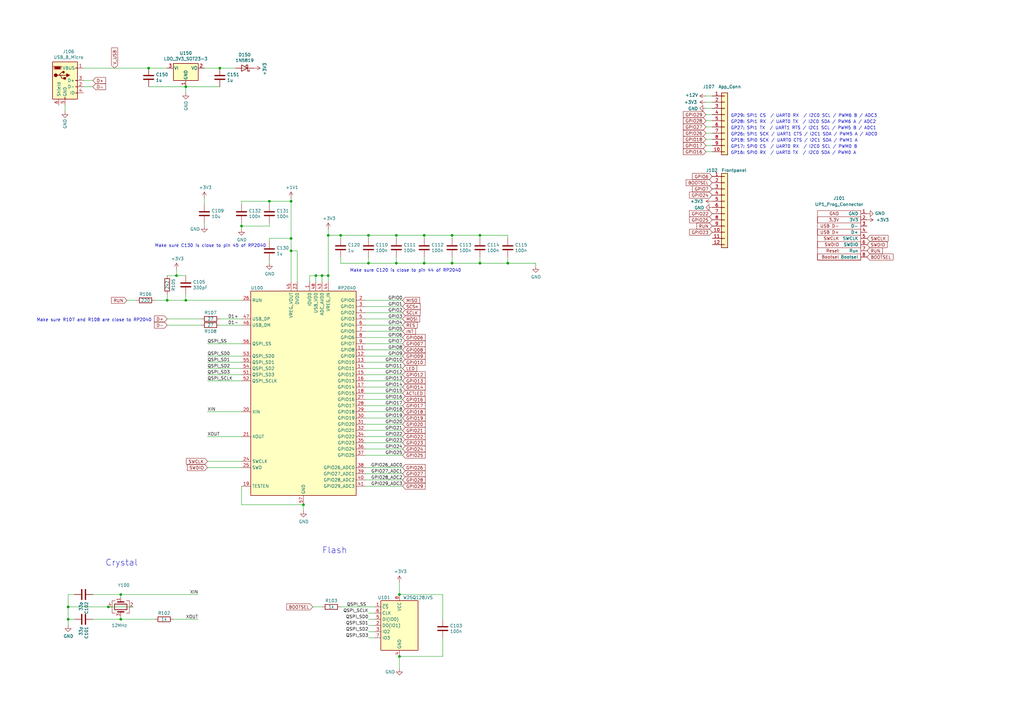
<source format=kicad_sch>
(kicad_sch (version 20231120) (generator "eeschema") (generator_version "8.0")
  (paper "A3")
  (title_block (title "REG1-IpController2040") (date "2023-11-13") (rev "V01.00") (company "OpenKNX") (comment 1 "by Ing-Dom <dom@ing-dom.de>") (comment 2 "OpenKNX Open Hardware under CC BY-NC-SA 4.0") (comment 3 "REG1-Controller with Ethernet connectivity") (comment 4 "https://OpenKNX.de"))
  (lib_symbols
    (symbol "Connector:USB_B_Micro" (pin_names (offset 1.016))
      (property "Reference" "J" (at -5.08 11.43 0))
      (property "Value" "USB_B_Micro" (at -5.08 8.89 0))
      (symbol "USB_B_Micro_0_1"
        (rectangle (start -5.08 -7.62) (end 5.08 7.62) (stroke (width 0.254)) (fill (type background)))
        (circle (center -3.81 2.159) (radius 0.635) (stroke (width 0.254)) (fill (type outline)))
        (circle (center -0.635 3.429) (radius 0.381) (stroke (width 0.254)) (fill (type outline)))
        (rectangle (start -0.127 -7.62) (end 0.127 -6.858))
        (polyline (pts (xy -1.905 2.159) (xy 0.635 2.159)) (stroke (width 0.254)))
        (polyline (pts (xy -3.175 2.159) (xy -2.54 2.159) (xy -1.27 3.429) (xy -0.635 3.429)) (stroke (width 0.254)))
        (polyline (pts (xy -2.54 2.159) (xy -1.905 2.159) (xy -1.27 0.889) (xy 0 0.889)) (stroke (width 0.254)))
        (polyline (pts (xy 0.635 2.794) (xy 0.635 1.524) (xy 1.905 2.159) (xy 0.635 2.794)) (stroke (width 0.254)) (fill (type outline)))
        (polyline (pts (xy -4.318 5.588) (xy -1.778 5.588) (xy -2.032 4.826) (xy -4.064 4.826) (xy -4.318 5.588)) (fill (type outline)))
        (polyline (pts (xy -4.699 5.842) (xy -4.699 5.588) (xy -4.445 4.826) (xy -4.445 4.572) (xy -1.651 4.572) (xy -1.651 4.826) (xy -1.397 5.588) (xy -1.397 5.842) (xy -4.699 5.842)))
        (rectangle (start 0.254 1.27) (end -0.508 0.508) (stroke (width 0.254)) (fill (type outline)))
        (rectangle (start 5.08 -5.207) (end 4.318 -4.953))
        (rectangle (start 5.08 -2.667) (end 4.318 -2.413))
        (rectangle (start 5.08 -0.127) (end 4.318 0.127))
        (rectangle (start 5.08 4.953) (end 4.318 5.207))
      )
      (symbol "USB_B_Micro_1_1"
        (pin power_out line (at 7.62 5.08 180) (length 2.54) (name "VBUS") (number "1"))
        (pin bidirectional line (at 7.62 -2.54 180) (length 2.54) (name "D-") (number "2"))
        (pin bidirectional line (at 7.62 0 180) (length 2.54) (name "D+") (number "3"))
        (pin passive line (at 7.62 -5.08 180) (length 2.54) (name "ID") (number "4"))
        (pin power_out line (at 0 -10.16 90) (length 2.54) (name "GND") (number "5"))
        (pin passive line (at -2.54 -10.16 90) (length 2.54) (name "Shield") (number "6"))
      )
    )
    (symbol "Connector_Generic:Conn_01x10" (pin_names (offset 1.016) hide)
      (property "Reference" "J" (at 0 12.7 0))
      (property "Value" "Conn_01x10" (at 0 -15.24 0))
      (symbol "Conn_01x10_1_1"
        (rectangle (start -1.27 -12.573) (end 0 -12.827) (stroke (width 0.1524)))
        (rectangle (start -1.27 -10.033) (end 0 -10.287) (stroke (width 0.1524)))
        (rectangle (start -1.27 -7.493) (end 0 -7.747) (stroke (width 0.1524)))
        (rectangle (start -1.27 -4.953) (end 0 -5.207) (stroke (width 0.1524)))
        (rectangle (start -1.27 -2.413) (end 0 -2.667) (stroke (width 0.1524)))
        (rectangle (start -1.27 0.127) (end 0 -0.127) (stroke (width 0.1524)))
        (rectangle (start -1.27 2.667) (end 0 2.413) (stroke (width 0.1524)))
        (rectangle (start -1.27 5.207) (end 0 4.953) (stroke (width 0.1524)))
        (rectangle (start -1.27 7.747) (end 0 7.493) (stroke (width 0.1524)))
        (rectangle (start -1.27 10.287) (end 0 10.033) (stroke (width 0.1524)))
        (rectangle (start -1.27 11.43) (end 1.27 -13.97) (stroke (width 0.254)) (fill (type background)))
        (pin passive line (at -5.08 10.16 0) (length 3.81) (name "Pin_1") (number "1"))
        (pin passive line (at -5.08 -12.7 0) (length 3.81) (name "Pin_10") (number "10"))
        (pin passive line (at -5.08 7.62 0) (length 3.81) (name "Pin_2") (number "2"))
        (pin passive line (at -5.08 5.08 0) (length 3.81) (name "Pin_3") (number "3"))
        (pin passive line (at -5.08 2.54 0) (length 3.81) (name "Pin_4") (number "4"))
        (pin passive line (at -5.08 0 0) (length 3.81) (name "Pin_5") (number "5"))
        (pin passive line (at -5.08 -2.54 0) (length 3.81) (name "Pin_6") (number "6"))
        (pin passive line (at -5.08 -5.08 0) (length 3.81) (name "Pin_7") (number "7"))
        (pin passive line (at -5.08 -7.62 0) (length 3.81) (name "Pin_8") (number "8"))
        (pin passive line (at -5.08 -10.16 0) (length 3.81) (name "Pin_9") (number "9"))
      )
    )
    (symbol "Connector_Generic:Conn_01x12" (pin_names (offset 1.016) hide)
      (property "Reference" "J" (at 0 15.24 0))
      (property "Value" "Conn_01x12" (at 0 -17.78 0))
      (symbol "Conn_01x12_1_1"
        (rectangle (start -1.27 -15.113) (end 0 -15.367) (stroke (width 0.1524)))
        (rectangle (start -1.27 -12.573) (end 0 -12.827) (stroke (width 0.1524)))
        (rectangle (start -1.27 -10.033) (end 0 -10.287) (stroke (width 0.1524)))
        (rectangle (start -1.27 -7.493) (end 0 -7.747) (stroke (width 0.1524)))
        (rectangle (start -1.27 -4.953) (end 0 -5.207) (stroke (width 0.1524)))
        (rectangle (start -1.27 -2.413) (end 0 -2.667) (stroke (width 0.1524)))
        (rectangle (start -1.27 0.127) (end 0 -0.127) (stroke (width 0.1524)))
        (rectangle (start -1.27 2.667) (end 0 2.413) (stroke (width 0.1524)))
        (rectangle (start -1.27 5.207) (end 0 4.953) (stroke (width 0.1524)))
        (rectangle (start -1.27 7.747) (end 0 7.493) (stroke (width 0.1524)))
        (rectangle (start -1.27 10.287) (end 0 10.033) (stroke (width 0.1524)))
        (rectangle (start -1.27 12.827) (end 0 12.573) (stroke (width 0.1524)))
        (rectangle (start -1.27 13.97) (end 1.27 -16.51) (stroke (width 0.254)) (fill (type background)))
        (pin passive line (at -5.08 12.7 0) (length 3.81) (name "Pin_1") (number "1"))
        (pin passive line (at -5.08 -10.16 0) (length 3.81) (name "Pin_10") (number "10"))
        (pin passive line (at -5.08 -12.7 0) (length 3.81) (name "Pin_11") (number "11"))
        (pin passive line (at -5.08 -15.24 0) (length 3.81) (name "Pin_12") (number "12"))
        (pin passive line (at -5.08 10.16 0) (length 3.81) (name "Pin_2") (number "2"))
        (pin passive line (at -5.08 7.62 0) (length 3.81) (name "Pin_3") (number "3"))
        (pin passive line (at -5.08 5.08 0) (length 3.81) (name "Pin_4") (number "4"))
        (pin passive line (at -5.08 2.54 0) (length 3.81) (name "Pin_5") (number "5"))
        (pin passive line (at -5.08 0 0) (length 3.81) (name "Pin_6") (number "6"))
        (pin passive line (at -5.08 -2.54 0) (length 3.81) (name "Pin_7") (number "7"))
        (pin passive line (at -5.08 -5.08 0) (length 3.81) (name "Pin_8") (number "8"))
        (pin passive line (at -5.08 -7.62 0) (length 3.81) (name "Pin_9") (number "9"))
      )
    )
    (symbol "Device:C" (pin_numbers hide) (pin_names (offset 0.254))
      (property "Reference" "C" (at 0.635 2.54 0))
      (property "Value" "C" (at 0.635 -2.54 0))
      (symbol "C_0_1"
        (polyline (pts (xy -2.032 -0.762) (xy 2.032 -0.762)) (stroke (width 0.508)))
        (polyline (pts (xy -2.032 0.762) (xy 2.032 0.762)) (stroke (width 0.508)))
      )
      (symbol "C_1_1"
        (pin passive line (at 0 3.81 270) (length 2.794) (name "~") (number "1"))
        (pin passive line (at 0 -3.81 90) (length 2.794) (name "~") (number "2"))
      )
    )
    (symbol "Device:Crystal_GND24" (pin_names (offset 1.016) hide)
      (property "Reference" "Y" (at 3.175 5.08 0))
      (property "Value" "Crystal_GND24" (at 3.175 3.175 0))
      (symbol "Crystal_GND24_0_1"
        (rectangle (start -1.143 2.54) (end 1.143 -2.54) (stroke (width 0.3048)))
        (polyline (pts (xy -2.54 0) (xy -2.032 0)))
        (polyline (pts (xy -2.032 -1.27) (xy -2.032 1.27)) (stroke (width 0.508)))
        (polyline (pts (xy 0 -3.81) (xy 0 -3.556)))
        (polyline (pts (xy 0 3.556) (xy 0 3.81)))
        (polyline (pts (xy 2.032 -1.27) (xy 2.032 1.27)) (stroke (width 0.508)))
        (polyline (pts (xy 2.032 0) (xy 2.54 0)))
        (polyline (pts (xy -2.54 -2.286) (xy -2.54 -3.556) (xy 2.54 -3.556) (xy 2.54 -2.286)))
        (polyline (pts (xy -2.54 2.286) (xy -2.54 3.556) (xy 2.54 3.556) (xy 2.54 2.286)))
      )
      (symbol "Crystal_GND24_1_1"
        (pin passive line (at -3.81 0 0) (length 1.27) (name "1") (number "1"))
        (pin passive line (at 0 5.08 270) (length 1.27) (name "2") (number "2"))
        (pin passive line (at 3.81 0 180) (length 1.27) (name "3") (number "3"))
        (pin passive line (at 0 -5.08 90) (length 1.27) (name "4") (number "4"))
      )
    )
    (symbol "Device:R" (pin_numbers hide) (pin_names (offset 0))
      (property "Reference" "R" (at 2.032 0 90))
      (property "Value" "R" (at 0 0 90))
      (symbol "R_0_1"
        (rectangle (start -1.016 -2.54) (end 1.016 2.54) (stroke (width 0.254)))
      )
      (symbol "R_1_1"
        (pin passive line (at 0 3.81 270) (length 1.27) (name "~") (number "1"))
        (pin passive line (at 0 -3.81 90) (length 1.27) (name "~") (number "2"))
      )
    )
    (symbol "Diode:1N5819" (pin_numbers hide) (pin_names (offset 1.016) hide)
      (property "Reference" "D" (at 0 2.54 0))
      (property "Value" "1N5819" (at 0 -2.54 0))
      (symbol "1N5819_0_1"
        (polyline (pts (xy 1.27 0) (xy -1.27 0)))
        (polyline (pts (xy 1.27 1.27) (xy 1.27 -1.27) (xy -1.27 0) (xy 1.27 1.27)) (stroke (width 0.254)))
        (polyline (pts (xy -1.905 0.635) (xy -1.905 1.27) (xy -1.27 1.27) (xy -1.27 -1.27) (xy -0.635 -1.27) (xy -0.635 -0.635)) (stroke (width 0.254)))
      )
      (symbol "1N5819_1_1"
        (pin passive line (at -3.81 0 0) (length 2.54) (name "K") (number "1"))
        (pin passive line (at 3.81 0 180) (length 2.54) (name "A") (number "2"))
      )
    )
    (symbol "MCU_RaspberryPi:RP2040"
      (property "Reference" "U" (at 17.78 45.72 0))
      (property "Value" "RP2040" (at 17.78 43.18 0))
      (symbol "RP2040_0_1"
        (rectangle (start -21.59 41.91) (end 21.59 -41.91) (stroke (width 0.254)) (fill (type background)))
      )
      (symbol "RP2040_1_1"
        (pin power_in line (at 2.54 45.72 270) (length 3.81) (name "IOVDD") (number "1"))
        (pin passive line (at 2.54 45.72 270) (length 3.81) hide (name "IOVDD") (number "10"))
        (pin bidirectional line (at 25.4 17.78 180) (length 3.81) (name "GPIO8") (number "11"))
        (pin bidirectional line (at 25.4 15.24 180) (length 3.81) (name "GPIO9") (number "12"))
        (pin bidirectional line (at 25.4 12.7 180) (length 3.81) (name "GPIO10") (number "13"))
        (pin bidirectional line (at 25.4 10.16 180) (length 3.81) (name "GPIO11") (number "14"))
        (pin bidirectional line (at 25.4 7.62 180) (length 3.81) (name "GPIO12") (number "15"))
        (pin bidirectional line (at 25.4 5.08 180) (length 3.81) (name "GPIO13") (number "16"))
        (pin bidirectional line (at 25.4 2.54 180) (length 3.81) (name "GPIO14") (number "17"))
        (pin bidirectional line (at 25.4 0 180) (length 3.81) (name "GPIO15") (number "18"))
        (pin input line (at -25.4 -38.1 0) (length 3.81) (name "TESTEN") (number "19"))
        (pin bidirectional line (at 25.4 38.1 180) (length 3.81) (name "GPIO0") (number "2"))
        (pin input line (at -25.4 -7.62 0) (length 3.81) (name "XIN") (number "20"))
        (pin passive line (at -25.4 -17.78 0) (length 3.81) (name "XOUT") (number "21"))
        (pin passive line (at 2.54 45.72 270) (length 3.81) hide (name "IOVDD") (number "22"))
        (pin power_in line (at -2.54 45.72 270) (length 3.81) (name "DVDD") (number "23"))
        (pin input line (at -25.4 -27.94 0) (length 3.81) (name "SWCLK") (number "24"))
        (pin bidirectional line (at -25.4 -30.48 0) (length 3.81) (name "SWD") (number "25"))
        (pin input line (at -25.4 38.1 0) (length 3.81) (name "RUN") (number "26"))
        (pin bidirectional line (at 25.4 -2.54 180) (length 3.81) (name "GPIO16") (number "27"))
        (pin bidirectional line (at 25.4 -5.08 180) (length 3.81) (name "GPIO17") (number "28"))
        (pin bidirectional line (at 25.4 -7.62 180) (length 3.81) (name "GPIO18") (number "29"))
        (pin bidirectional line (at 25.4 35.56 180) (length 3.81) (name "GPIO1") (number "3"))
        (pin bidirectional line (at 25.4 -10.16 180) (length 3.81) (name "GPIO19") (number "30"))
        (pin bidirectional line (at 25.4 -12.7 180) (length 3.81) (name "GPIO20") (number "31"))
        (pin bidirectional line (at 25.4 -15.24 180) (length 3.81) (name "GPIO21") (number "32"))
        (pin passive line (at 2.54 45.72 270) (length 3.81) hide (name "IOVDD") (number "33"))
        (pin bidirectional line (at 25.4 -17.78 180) (length 3.81) (name "GPIO22") (number "34"))
        (pin bidirectional line (at 25.4 -20.32 180) (length 3.81) (name "GPIO23") (number "35"))
        (pin bidirectional line (at 25.4 -22.86 180) (length 3.81) (name "GPIO24") (number "36"))
        (pin bidirectional line (at 25.4 -25.4 180) (length 3.81) (name "GPIO25") (number "37"))
        (pin bidirectional line (at 25.4 -30.48 180) (length 3.81) (name "GPIO26_ADC0") (number "38"))
        (pin bidirectional line (at 25.4 -33.02 180) (length 3.81) (name "GPIO27_ADC1") (number "39"))
        (pin bidirectional line (at 25.4 33.02 180) (length 3.81) (name "GPIO2") (number "4"))
        (pin bidirectional line (at 25.4 -35.56 180) (length 3.81) (name "GPIO28_ADC2") (number "40"))
        (pin bidirectional line (at 25.4 -38.1 180) (length 3.81) (name "GPIO29_ADC3") (number "41"))
        (pin passive line (at 2.54 45.72 270) (length 3.81) hide (name "IOVDD") (number "42"))
        (pin power_in line (at 7.62 45.72 270) (length 3.81) (name "ADC_AVDD") (number "43"))
        (pin power_in line (at 10.16 45.72 270) (length 3.81) (name "VREG_IN") (number "44"))
        (pin power_out line (at -5.08 45.72 270) (length 3.81) (name "VREG_VOUT") (number "45"))
        (pin bidirectional line (at -25.4 27.94 0) (length 3.81) (name "USB_DM") (number "46"))
        (pin bidirectional line (at -25.4 30.48 0) (length 3.81) (name "USB_DP") (number "47"))
        (pin power_in line (at 5.08 45.72 270) (length 3.81) (name "USB_VDD") (number "48"))
        (pin passive line (at 2.54 45.72 270) (length 3.81) hide (name "IOVDD") (number "49"))
        (pin bidirectional line (at 25.4 30.48 180) (length 3.81) (name "GPIO3") (number "5"))
        (pin passive line (at -2.54 45.72 270) (length 3.81) hide (name "DVDD") (number "50"))
        (pin bidirectional line (at -25.4 7.62 0) (length 3.81) (name "QSPI_SD3") (number "51"))
        (pin output line (at -25.4 5.08 0) (length 3.81) (name "QSPI_SCLK") (number "52"))
        (pin bidirectional line (at -25.4 15.24 0) (length 3.81) (name "QSPI_SD0") (number "53"))
        (pin bidirectional line (at -25.4 10.16 0) (length 3.81) (name "QSPI_SD2") (number "54"))
        (pin bidirectional line (at -25.4 12.7 0) (length 3.81) (name "QSPI_SD1") (number "55"))
        (pin bidirectional line (at -25.4 20.32 0) (length 3.81) (name "QSPI_SS") (number "56"))
        (pin power_in line (at 0 -45.72 90) (length 3.81) (name "GND") (number "57"))
        (pin bidirectional line (at 25.4 27.94 180) (length 3.81) (name "GPIO4") (number "6"))
        (pin bidirectional line (at 25.4 25.4 180) (length 3.81) (name "GPIO5") (number "7"))
        (pin bidirectional line (at 25.4 22.86 180) (length 3.81) (name "GPIO6") (number "8"))
        (pin bidirectional line (at 25.4 20.32 180) (length 3.81) (name "GPIO7") (number "9"))
      )
    )
    (symbol "Memory_Flash:W25Q128JVS"
      (property "Reference" "U" (at -8.89 8.89 0))
      (property "Value" "W25Q128JVS" (at 7.62 8.89 0))
      (symbol "W25Q128JVS_0_1"
        (rectangle (start -7.62 10.16) (end 7.62 -10.16) (stroke (width 0.254)) (fill (type background)))
      )
      (symbol "W25Q128JVS_1_1"
        (pin input line (at -10.16 7.62 0) (length 2.54) (name "~{CS}") (number "1"))
        (pin bidirectional line (at -10.16 0 0) (length 2.54) (name "DO(IO1)") (number "2"))
        (pin bidirectional line (at -10.16 -2.54 0) (length 2.54) (name "IO2") (number "3"))
        (pin power_in line (at 0 -12.7 90) (length 2.54) (name "GND") (number "4"))
        (pin bidirectional line (at -10.16 2.54 0) (length 2.54) (name "DI(IO0)") (number "5"))
        (pin input line (at -10.16 5.08 0) (length 2.54) (name "CLK") (number "6"))
        (pin bidirectional line (at -10.16 -5.08 0) (length 2.54) (name "IO3") (number "7"))
        (pin power_in line (at 0 12.7 270) (length 2.54) (name "VCC") (number "8"))
      )
    )
    (symbol "OpenKNX:OpenKNX_UP1_Prog_Connector" (pin_names (offset 1.016))
      (property "Reference" "J" (at 10.16 13.97 0))
      (property "Value" "UP1_Prog_Connector" (at 1.27 -13.97 0))
      (symbol "OpenKNX_UP1_Prog_Connector_0_0"
        (rectangle (start -5.08 -5.08) (end 12.7 -7.62))
        (rectangle (start -5.08 0) (end 12.7 -2.54))
        (rectangle (start -5.08 5.08) (end 12.7 2.54))
        (rectangle (start -5.08 10.16) (end 12.7 7.62))
        (rectangle (start -5.08 12.7) (end 12.7 -7.62))
      )
      (symbol "OpenKNX_UP1_Prog_Connector_1_0"
        (text "3.3V" (at 3.81 8.89 0) (effects (font (size 1.27 1.27)) (justify right)))
        (text "Bootsel" (at 3.81 -6.35 0) (effects (font (size 1.27 1.27)) (justify right)))
        (text "GND" (at 3.81 11.43 0) (effects (font (size 1.27 1.27)) (justify right)))
        (text "Reset" (at 3.81 -3.81 0) (effects (font (size 1.27 1.27)) (justify right)))
        (text "SWCLK" (at 3.81 1.27 0) (effects (font (size 1.27 1.27)) (justify right)))
        (text "SWDIO" (at 3.81 -1.27 0) (effects (font (size 1.27 1.27)) (justify right)))
        (text "USB D+" (at 3.81 3.81 0) (effects (font (size 1.27 1.27)) (justify right)))
        (text "USB D-" (at 3.81 6.35 0) (effects (font (size 1.27 1.27)) (justify right)))
      )
      (symbol "OpenKNX_UP1_Prog_Connector_1_1"
        (pin bidirectional line (at 15.24 11.43 180) (length 2.54) (name "GND") (number "1"))
        (pin bidirectional line (at 15.24 8.89 180) (length 2.54) (name "3V3") (number "2"))
        (pin bidirectional line (at 15.24 6.35 180) (length 2.54) (name "D-") (number "3"))
        (pin bidirectional line (at 15.24 3.81 180) (length 2.54) (name "D+") (number "4"))
        (pin bidirectional line (at 15.24 1.27 180) (length 2.54) (name "SWCLK") (number "5"))
        (pin bidirectional line (at 15.24 -1.27 180) (length 2.54) (name "SWDIO") (number "6"))
        (pin bidirectional line (at 15.24 -3.81 180) (length 2.54) (name "Run") (number "7"))
        (pin power_out line (at 15.24 -6.35 180) (length 2.54) (name "Bootsel") (number "8"))
      )
    )
    (symbol "Regulator_Linear:MCP1700x-330xxTT" (pin_names (offset 0.254))
      (property "Reference" "U" (at -3.81 3.175 0))
      (property "Value" "MCP1700x-330xxTT" (at 0 3.175 0))
      (symbol "MCP1700x-330xxTT_0_1"
        (rectangle (start -5.08 1.905) (end 5.08 -5.08) (stroke (width 0.254)) (fill (type background)))
      )
      (symbol "MCP1700x-330xxTT_1_1"
        (pin power_in line (at 0 -7.62 90) (length 2.54) (name "GND") (number "1"))
        (pin power_out line (at 7.62 0 180) (length 2.54) (name "VO") (number "2"))
        (pin power_in line (at -7.62 0 0) (length 2.54) (name "VI") (number "3"))
      )
    )
    (symbol "power:+12V" (power) (pin_names (offset 0))
      (property "Value" "+12V" (at 0 3.556 0))
      (symbol "+12V_0_1"
        (polyline (pts (xy -0.762 1.27) (xy 0 2.54)))
        (polyline (pts (xy 0 0) (xy 0 2.54)))
        (polyline (pts (xy 0 2.54) (xy 0.762 1.27)))
      )
      (symbol "+12V_1_1"
        (pin power_in line (at 0 0 90) (length 0) hide (name "+12V") (number "1"))
      )
    )
    (symbol "power:+1V1" (power) (pin_names (offset 0))
      (property "Value" "+1V1" (at 0 3.556 0))
      (symbol "+1V1_0_1"
        (polyline (pts (xy -0.762 1.27) (xy 0 2.54)))
        (polyline (pts (xy 0 0) (xy 0 2.54)))
        (polyline (pts (xy 0 2.54) (xy 0.762 1.27)))
      )
      (symbol "+1V1_1_1"
        (pin power_in line (at 0 0 90) (length 0) hide (name "+1V1") (number "1"))
      )
    )
    (symbol "power:+3V3" (power) (pin_names (offset 0))
      (property "Value" "+3V3" (at 0 3.556 0))
      (symbol "+3V3_0_1"
        (polyline (pts (xy -0.762 1.27) (xy 0 2.54)))
        (polyline (pts (xy 0 0) (xy 0 2.54)))
        (polyline (pts (xy 0 2.54) (xy 0.762 1.27)))
      )
      (symbol "+3V3_1_1"
        (pin power_in line (at 0 0 90) (length 0) hide (name "+3V3") (number "1"))
      )
    )
    (symbol "power:GND" (power) (pin_names (offset 0))
      (property "Value" "GND" (at 0 -3.81 0))
      (symbol "GND_0_1"
        (polyline (pts (xy 0 0) (xy 0 -1.27) (xy 1.27 -1.27) (xy 0 -2.54) (xy -1.27 -1.27) (xy 0 -1.27)))
      )
      (symbol "GND_1_1"
        (pin power_in line (at 0 0 270) (length 0) hide (name "GND") (number "1"))
      )
    )
  )
  (junction (at 27.94 254))
  (junction (at 139.7 96.52))
  (junction (at 173.99 107.95))
  (junction (at 27.94 248.92))
  (junction (at 162.56 96.52))
  (junction (at 49.53 254))
  (junction (at 134.62 113.03))
  (junction (at 134.62 96.52))
  (junction (at 151.13 96.52))
  (junction (at 119.38 97.79))
  (junction (at 151.13 107.95))
  (junction (at 129.54 113.03))
  (junction (at 185.42 96.52))
  (junction (at 119.38 82.55))
  (junction (at 119.38 102.87))
  (junction (at 208.28 107.95))
  (junction (at 163.83 243.84))
  (junction (at 110.49 82.55))
  (junction (at 124.46 207.01))
  (junction (at 196.85 96.52))
  (junction (at 132.08 113.03))
  (junction (at 173.99 96.52))
  (junction (at 163.83 269.24))
  (junction (at 196.85 107.95))
  (junction (at 76.2 35.56))
  (junction (at 185.42 107.95))
  (junction (at 68.58 123.19))
  (junction (at 90.17 27.94))
  (junction (at 99.06 92.71))
  (junction (at 162.56 107.95))
  (junction (at 49.53 243.84))
  (junction (at 60.96 27.94))
  (junction (at 76.2 123.19))
  (junction (at 44.45 248.92))
  (junction (at 72.39 113.03))
  (wire (pts (xy 149.86 176.53) (xy 165.1 176.53)))
  (wire (pts (xy 163.83 243.84) (xy 181.61 243.84)))
  (wire (pts (xy 38.1 35.56) (xy 34.29 35.56)))
  (wire (pts (xy 185.42 107.95) (xy 173.99 107.95)))
  (wire (pts (xy 132.08 115.57) (xy 132.08 113.03)))
  (wire (pts (xy 99.06 191.77) (xy 85.09 191.77)))
  (wire (pts (xy 292.1 49.53) (xy 289.56 49.53)))
  (wire (pts (xy 196.85 107.95) (xy 185.42 107.95)))
  (wire (pts (xy 27.94 248.92) (xy 27.94 254)))
  (wire (pts (xy 289.56 59.69) (xy 292.1 59.69)))
  (wire (pts (xy 139.7 96.52) (xy 139.7 97.79)))
  (wire (pts (xy 68.58 123.19) (xy 76.2 123.19)))
  (wire (pts (xy 149.86 186.69) (xy 165.1 186.69)))
  (wire (pts (xy 110.49 99.06) (xy 110.49 97.79)))
  (wire (pts (xy 162.56 96.52) (xy 173.99 96.52)))
  (wire (pts (xy 149.86 173.99) (xy 165.1 173.99)))
  (wire (pts (xy 127 113.03) (xy 127 115.57)))
  (wire (pts (xy 90.17 130.81) (xy 99.06 130.81)))
  (wire (pts (xy 149.86 146.05) (xy 165.1 146.05)))
  (wire (pts (xy 60.96 35.56) (xy 76.2 35.56)))
  (wire (pts (xy 121.92 102.87) (xy 119.38 102.87)))
  (wire (pts (xy 139.7 107.95) (xy 139.7 105.41)))
  (wire (pts (xy 99.06 207.01) (xy 99.06 199.39)))
  (wire (pts (xy 134.62 93.98) (xy 134.62 96.52)))
  (wire (pts (xy 34.29 33.02) (xy 38.1 33.02)))
  (wire (pts (xy 162.56 97.79) (xy 162.56 96.52)))
  (wire (pts (xy 289.56 52.07) (xy 292.1 52.07)))
  (wire (pts (xy 163.83 238.76) (xy 163.83 243.84)))
  (wire (pts (xy 110.49 97.79) (xy 119.38 97.79)))
  (wire (pts (xy 151.13 251.46) (xy 153.67 251.46)))
  (wire (pts (xy 185.42 96.52) (xy 196.85 96.52)))
  (wire (pts (xy 139.7 96.52) (xy 151.13 96.52)))
  (wire (pts (xy 119.38 81.28) (xy 119.38 82.55)))
  (wire (pts (xy 99.06 179.07) (xy 85.09 179.07)))
  (wire (pts (xy 90.17 133.35) (xy 99.06 133.35)))
  (wire (pts (xy 149.86 168.91) (xy 165.1 168.91)))
  (wire (pts (xy 162.56 107.95) (xy 151.13 107.95)))
  (wire (pts (xy 289.56 46.99) (xy 292.1 46.99)))
  (wire (pts (xy 151.13 261.62) (xy 153.67 261.62)))
  (wire (pts (xy 99.06 92.71) (xy 110.49 92.71)))
  (wire (pts (xy 121.92 115.57) (xy 121.92 102.87)))
  (wire (pts (xy 132.08 113.03) (xy 129.54 113.03)))
  (wire (pts (xy 149.86 153.67) (xy 165.1 153.67)))
  (wire (pts (xy 149.86 130.81) (xy 165.1 130.81)))
  (wire (pts (xy 208.28 105.41) (xy 208.28 107.95)))
  (wire (pts (xy 196.85 97.79) (xy 196.85 96.52)))
  (wire (pts (xy 110.49 106.68) (xy 110.49 107.95)))
  (wire (pts (xy 149.86 199.39) (xy 165.1 199.39)))
  (wire (pts (xy 49.53 254) (xy 63.5 254)))
  (wire (pts (xy 162.56 105.41) (xy 162.56 107.95)))
  (wire (pts (xy 149.86 128.27) (xy 165.1 128.27)))
  (wire (pts (xy 99.06 92.71) (xy 99.06 93.98)))
  (wire (pts (xy 26.67 43.18) (xy 26.67 45.72)))
  (wire (pts (xy 68.58 133.35) (xy 82.55 133.35)))
  (wire (pts (xy 85.09 153.67) (xy 99.06 153.67)))
  (wire (pts (xy 149.86 140.97) (xy 165.1 140.97)))
  (wire (pts (xy 289.56 44.45) (xy 292.1 44.45)))
  (wire (pts (xy 292.1 62.23) (xy 289.56 62.23)))
  (wire (pts (xy 289.56 41.91) (xy 292.1 41.91)))
  (wire (pts (xy 49.53 243.84) (xy 81.28 243.84)))
  (wire (pts (xy 124.46 207.01) (xy 99.06 207.01)))
  (wire (pts (xy 149.86 123.19) (xy 165.1 123.19)))
  (wire (pts (xy 139.7 248.92) (xy 153.67 248.92)))
  (wire (pts (xy 149.86 179.07) (xy 165.1 179.07)))
  (wire (pts (xy 151.13 97.79) (xy 151.13 96.52)))
  (wire (pts (xy 27.94 254) (xy 27.94 256.54)))
  (wire (pts (xy 44.45 248.92) (xy 27.94 248.92)))
  (wire (pts (xy 149.86 191.77) (xy 165.1 191.77)))
  (wire (pts (xy 149.86 135.89) (xy 165.1 135.89)))
  (wire (pts (xy 49.53 245.11) (xy 49.53 243.84)))
  (wire (pts (xy 196.85 96.52) (xy 208.28 96.52)))
  (wire (pts (xy 149.86 138.43) (xy 165.1 138.43)))
  (wire (pts (xy 30.48 254) (xy 27.94 254)))
  (wire (pts (xy 151.13 259.08) (xy 153.67 259.08)))
  (wire (pts (xy 149.86 194.31) (xy 165.1 194.31)))
  (wire (pts (xy 149.86 181.61) (xy 165.1 181.61)))
  (wire (pts (xy 149.86 158.75) (xy 165.1 158.75)))
  (wire (pts (xy 99.06 140.97) (xy 85.09 140.97)))
  (wire (pts (xy 76.2 35.56) (xy 90.17 35.56)))
  (wire (pts (xy 173.99 107.95) (xy 162.56 107.95)))
  (wire (pts (xy 71.12 254) (xy 81.28 254)))
  (wire (pts (xy 208.28 107.95) (xy 196.85 107.95)))
  (wire (pts (xy 149.86 151.13) (xy 165.1 151.13)))
  (wire (pts (xy 38.1 254) (xy 49.53 254)))
  (wire (pts (xy 151.13 107.95) (xy 139.7 107.95)))
  (wire (pts (xy 134.62 96.52) (xy 134.62 113.03)))
  (wire (pts (xy 85.09 168.91) (xy 99.06 168.91)))
  (wire (pts (xy 173.99 105.41) (xy 173.99 107.95)))
  (wire (pts (xy 76.2 120.65) (xy 76.2 123.19)))
  (wire (pts (xy 83.82 27.94) (xy 90.17 27.94)))
  (wire (pts (xy 119.38 97.79) (xy 119.38 102.87)))
  (wire (pts (xy 208.28 97.79) (xy 208.28 96.52)))
  (wire (pts (xy 99.06 91.44) (xy 99.06 92.71)))
  (wire (pts (xy 119.38 82.55) (xy 119.38 97.79)))
  (wire (pts (xy 149.86 196.85) (xy 165.1 196.85)))
  (wire (pts (xy 149.86 133.35) (xy 165.1 133.35)))
  (wire (pts (xy 151.13 96.52) (xy 162.56 96.52)))
  (wire (pts (xy 196.85 105.41) (xy 196.85 107.95)))
  (wire (pts (xy 72.39 110.49) (xy 72.39 113.03)))
  (wire (pts (xy 76.2 123.19) (xy 99.06 123.19)))
  (wire (pts (xy 181.61 243.84) (xy 181.61 254)))
  (wire (pts (xy 99.06 156.21) (xy 85.09 156.21)))
  (wire (pts (xy 76.2 35.56) (xy 76.2 38.1)))
  (wire (pts (xy 63.5 123.19) (xy 68.58 123.19)))
  (wire (pts (xy 151.13 105.41) (xy 151.13 107.95)))
  (wire (pts (xy 96.52 27.94) (xy 90.17 27.94)))
  (wire (pts (xy 99.06 189.23) (xy 85.09 189.23)))
  (wire (pts (xy 128.27 248.92) (xy 132.08 248.92)))
  (wire (pts (xy 149.86 163.83) (xy 165.1 163.83)))
  (wire (pts (xy 52.07 123.19) (xy 55.88 123.19)))
  (wire (pts (xy 76.2 113.03) (xy 72.39 113.03)))
  (wire (pts (xy 134.62 96.52) (xy 139.7 96.52)))
  (wire (pts (xy 85.09 148.59) (xy 99.06 148.59)))
  (wire (pts (xy 181.61 261.62) (xy 181.61 269.24)))
  (wire (pts (xy 134.62 113.03) (xy 134.62 115.57)))
  (wire (pts (xy 292.1 54.61) (xy 289.56 54.61)))
  (wire (pts (xy 110.49 92.71) (xy 110.49 91.44)))
  (wire (pts (xy 149.86 148.59) (xy 165.1 148.59)))
  (wire (pts (xy 151.13 254) (xy 153.67 254)))
  (wire (pts (xy 38.1 243.84) (xy 49.53 243.84)))
  (wire (pts (xy 173.99 97.79) (xy 173.99 96.52)))
  (wire (pts (xy 149.86 156.21) (xy 165.1 156.21)))
  (wire (pts (xy 85.09 151.13) (xy 99.06 151.13)))
  (wire (pts (xy 149.86 184.15) (xy 165.1 184.15)))
  (wire (pts (xy 149.86 161.29) (xy 165.1 161.29)))
  (wire (pts (xy 110.49 82.55) (xy 119.38 82.55)))
  (wire (pts (xy 99.06 83.82) (xy 99.06 82.55)))
  (wire (pts (xy 83.82 81.28) (xy 83.82 83.82)))
  (wire (pts (xy 119.38 102.87) (xy 119.38 115.57)))
  (wire (pts (xy 30.48 243.84) (xy 27.94 243.84)))
  (wire (pts (xy 129.54 113.03) (xy 127 113.03)))
  (wire (pts (xy 185.42 97.79) (xy 185.42 96.52)))
  (wire (pts (xy 27.94 243.84) (xy 27.94 248.92)))
  (wire (pts (xy 124.46 207.01) (xy 124.46 209.55)))
  (wire (pts (xy 68.58 120.65) (xy 68.58 123.19)))
  (wire (pts (xy 72.39 113.03) (xy 68.58 113.03)))
  (wire (pts (xy 208.28 107.95) (xy 219.71 107.95)))
  (wire (pts (xy 83.82 91.44) (xy 83.82 92.71)))
  (wire (pts (xy 54.61 248.92) (xy 44.45 248.92)))
  (wire (pts (xy 185.42 105.41) (xy 185.42 107.95)))
  (wire (pts (xy 82.55 130.81) (xy 68.58 130.81)))
  (wire (pts (xy 85.09 146.05) (xy 99.06 146.05)))
  (wire (pts (xy 99.06 82.55) (xy 110.49 82.55)))
  (wire (pts (xy 163.83 269.24) (xy 163.83 274.32)))
  (wire (pts (xy 289.56 39.37) (xy 292.1 39.37)))
  (wire (pts (xy 49.53 252.73) (xy 49.53 254)))
  (wire (pts (xy 132.08 113.03) (xy 134.62 113.03)))
  (wire (pts (xy 129.54 113.03) (xy 129.54 115.57)))
  (wire (pts (xy 149.86 143.51) (xy 165.1 143.51)))
  (wire (pts (xy 149.86 125.73) (xy 165.1 125.73)))
  (wire (pts (xy 173.99 96.52) (xy 185.42 96.52)))
  (wire (pts (xy 151.13 256.54) (xy 153.67 256.54)))
  (wire (pts (xy 110.49 83.82) (xy 110.49 82.55)))
  (wire (pts (xy 219.71 107.95) (xy 219.71 109.22)))
  (wire (pts (xy 149.86 171.45) (xy 165.1 171.45)))
  (wire (pts (xy 68.58 27.94) (xy 60.96 27.94)))
  (wire (pts (xy 181.61 269.24) (xy 163.83 269.24)))
  (wire (pts (xy 149.86 166.37) (xy 165.1 166.37)))
  (wire (pts (xy 289.56 57.15) (xy 292.1 57.15)))
  (wire (pts (xy 34.29 27.94) (xy 60.96 27.94)))
  (text "GP28: SPI1 RX  / UART0 TX  / I2C0 SDA / PWM6 A / ADC2" (at 299.72 50.8 0) (effects (font (size 1.27 1.27)) (justify left bottom)))
  (text "Make sure R107 and R108 are close to RP2040" (at 62.23 132.08 0) (effects (font (size 1.27 1.27)) (justify right bottom)))
  (text "Crystal" (at 43.18 232.41 0) (effects (font (size 2.54 2.54)) (justify left bottom)))
  (text "GP16: SPI0 RX  / UART0 TX  / I2C0 SDA / PWM0 A" (at 299.72 63.5 0) (effects (font (size 1.27 1.27)) (justify left bottom)))
  (text "GP29: SPI1 CS  / UART0 RX  / I2C0 SCL / PWM6 B / ADC3" (at 299.72 48.26 0) (effects (font (size 1.27 1.27)) (justify left bottom)))
  (text "Make sure C120 is close to pin 44 of RP2040" (at 143.51 111.76 0) (effects (font (size 1.27 1.27)) (justify left bottom)))
  (text "Make sure C130 is close to pin 45 of RP2040" (at 63.5 101.6 0) (effects (font (size 1.27 1.27)) (justify left bottom)))
  (text "GP18: SPI0 SCK / UART0 CTS / I2C1 SDA / PWM1 A" (at 299.72 58.42 0) (effects (font (size 1.27 1.27)) (justify left bottom)))
  (text "GP27: SPI1 TX  / UART1 RTS / I2C1 SCL / PWM5 B / ADC1" (at 299.72 53.34 0) (effects (font (size 1.27 1.27)) (justify left bottom)))
  (text "GP17: SPI0 CS  / UART0 RX  / I2C0 SCL / PWM0 B" (at 299.72 60.96 0) (effects (font (size 1.27 1.27)) (justify left bottom)))
  (text "GP26: SPI1 SCK / UART1 CTS / I2C1 SDA / PWM5 A / ADC0" (at 299.72 55.88 0) (effects (font (size 1.27 1.27)) (justify left bottom)))
  (text "Flash" (at 132.08 227.33 0) (effects (font (size 2.54 2.54)) (justify left bottom)))
  (label "D1+" (at 97.79 130.81 180))
  (label "GPIO23" (at 165.1 181.61 180))
  (label "QSPI_SD2" (at 151.13 259.08 180))
  (label "XIN" (at 85.09 168.91 0))
  (label "XOUT" (at 85.09 179.07 0))
  (label "GPIO10" (at 165.1 148.59 180))
  (label "GPIO21" (at 165.1 176.53 180))
  (label "QSPI_SD2" (at 85.09 151.13 0))
  (label "GPIO25" (at 165.1 186.69 180))
  (label "GPIO18" (at 165.1 168.91 180))
  (label "GPIO12" (at 165.1 153.67 180))
  (label "GPIO17" (at 165.1 166.37 180))
  (label "GPIO3" (at 165.1 130.81 180))
  (label "GPIO15" (at 165.1 161.29 180))
  (label "GPIO22" (at 165.1 179.07 180))
  (label "GPIO13" (at 165.1 156.21 180))
  (label "GPIO9" (at 165.1 146.05 180))
  (label "GPIO0" (at 165.1 123.19 180))
  (label "QSPI_SD3" (at 151.13 261.62 180))
  (label "GPIO11" (at 165.1 151.13 180))
  (label "GPIO6" (at 165.1 138.43 180))
  (label "GPIO24" (at 165.1 184.15 180))
  (label "GPIO2" (at 165.1 128.27 180))
  (label "GPIO1" (at 165.1 125.73 180))
  (label "XOUT" (at 81.28 254 180))
  (label "GPIO16" (at 165.1 163.83 180))
  (label "GPIO14" (at 165.1 158.75 180))
  (label "GPIO5" (at 165.1 135.89 180))
  (label "GPIO20" (at 165.1 173.99 180))
  (label "QSPI_SS" (at 85.09 140.97 0))
  (label "QSPI_SD0" (at 151.13 254 180))
  (label "GPIO19" (at 165.1 171.45 180))
  (label "GPIO7" (at 165.1 140.97 180))
  (label "QSPI_SD1" (at 85.09 148.59 0))
  (label "GPIO26_ADC0" (at 165.1 191.77 180))
  (label "QSPI_SCLK" (at 85.09 156.21 0))
  (label "GPIO4" (at 165.1 133.35 180))
  (label "GPIO29_ADC3" (at 165.1 199.39 180))
  (label "XIN" (at 81.28 243.84 180))
  (label "QSPI_SD1" (at 151.13 256.54 180))
  (label "QSPI_SD3" (at 85.09 153.67 0))
  (label "QSPI_SD0" (at 85.09 146.05 0))
  (label "QSPI_SCLK" (at 151.13 251.46 180))
  (label "QSPI_SS" (at 142.24 248.92 0))
  (label "GPIO27_ADC1" (at 165.1 194.31 180))
  (label "GPIO28_ADC2" (at 165.1 196.85 180))
  (label "GPIO8" (at 165.1 143.51 180))
  (label "D1-" (at 97.79 133.35 180))
  (global_label "MISO" (shape input) (at 165.1 123.19 0) (property "Intersheetrefs" "${INTERSHEET_REFS}" (effects (hide yes))))
  (global_label "GPIO18" (shape input) (at 289.56 57.15 180) (property "Intersheetrefs" "${INTERSHEET_REFS}" (effects (hide yes))))
  (global_label "GPIO08" (shape input) (at 165.1 143.51 0) (property "Intersheetrefs" "${INTERSHEET_REFS}" (effects (hide yes))))
  (global_label "RUN" (shape input) (at 292.1 92.71 180) (property "Intersheetrefs" "${INTERSHEET_REFS}" (effects (hide yes))))
  (global_label "SWDIO" (shape input) (at 355.6 100.33 0) (property "Intersheetrefs" "${INTERSHEET_REFS}" (effects (hide yes))))
  (global_label "GPIO13" (shape input) (at 165.1 156.21 0) (property "Intersheetrefs" "${INTERSHEET_REFS}" (effects (hide yes))))
  (global_label "D-" (shape input) (at 38.1 35.56 0) (property "Intersheetrefs" "${INTERSHEET_REFS}" (effects (hide yes))))
  (global_label "GPIO17" (shape input) (at 289.56 59.69 180) (property "Intersheetrefs" "${INTERSHEET_REFS}" (effects (hide yes))))
  (global_label "GPIO07" (shape input) (at 165.1 140.97 0) (property "Intersheetrefs" "${INTERSHEET_REFS}" (effects (hide yes))))
  (global_label "GPIO21" (shape input) (at 165.1 176.53 0) (property "Intersheetrefs" "${INTERSHEET_REFS}" (effects (hide yes))))
  (global_label "GPIO23" (shape input) (at 165.1 181.61 0) (property "Intersheetrefs" "${INTERSHEET_REFS}" (effects (hide yes))))
  (global_label "GPIO12" (shape input) (at 165.1 153.67 0) (property "Intersheetrefs" "${INTERSHEET_REFS}" (effects (hide yes))))
  (global_label "ACTLED" (shape input) (at 165.1 161.29 0) (property "Intersheetrefs" "${INTERSHEET_REFS}" (effects (hide yes))))
  (global_label "RUN" (shape input) (at 355.6 102.87 0) (property "Intersheetrefs" "${INTERSHEET_REFS}" (effects (hide yes))))
  (global_label "SWDIO" (shape input) (at 85.09 191.77 180) (property "Intersheetrefs" "${INTERSHEET_REFS}" (effects (hide yes))))
  (global_label "SWCLK" (shape input) (at 85.09 189.23 180) (property "Intersheetrefs" "${INTERSHEET_REFS}" (effects (hide yes))))
  (global_label "BOOTSEL" (shape input) (at 128.27 248.92 180) (property "Intersheetrefs" "${INTERSHEET_REFS}" (effects (hide yes))))
  (global_label "SCSn" (shape input) (at 165.1 125.73 0) (property "Intersheetrefs" "${INTERSHEET_REFS}" (effects (hide yes))))
  (global_label "LED" (shape input) (at 165.1 151.13 0) (property "Intersheetrefs" "${INTERSHEET_REFS}" (effects (hide yes))))
  (global_label "GPIO29" (shape input) (at 165.1 199.39 0) (property "Intersheetrefs" "${INTERSHEET_REFS}" (effects (hide yes))))
  (global_label "D-" (shape input) (at 68.58 133.35 180) (property "Intersheetrefs" "${INTERSHEET_REFS}" (effects (hide yes))))
  (global_label "GPIO25" (shape input) (at 292.1 90.17 180) (property "Intersheetrefs" "${INTERSHEET_REFS}" (effects (hide yes))))
  (global_label "GPIO27" (shape input) (at 289.56 52.07 180) (property "Intersheetrefs" "${INTERSHEET_REFS}" (effects (hide yes))))
  (global_label "RUN" (shape input) (at 52.07 123.19 180) (property "Intersheetrefs" "${INTERSHEET_REFS}" (effects (hide yes))))
  (global_label "SWCLK" (shape input) (at 355.6 97.79 0) (property "Intersheetrefs" "${INTERSHEET_REFS}" (effects (hide yes))))
  (global_label "GPIO6" (shape input) (at 292.1 72.39 180) (property "Intersheetrefs" "${INTERSHEET_REFS}" (effects (hide yes))))
  (global_label "GPIO26" (shape input) (at 289.56 54.61 180) (property "Intersheetrefs" "${INTERSHEET_REFS}" (effects (hide yes))))
  (global_label "GPIO7" (shape input) (at 292.1 77.47 180) (property "Intersheetrefs" "${INTERSHEET_REFS}" (effects (hide yes))))
  (global_label "BOOTSEL" (shape input) (at 355.6 105.41 0) (property "Intersheetrefs" "${INTERSHEET_REFS}" (effects (hide yes))))
  (global_label "GPIO17" (shape input) (at 165.1 166.37 0) (property "Intersheetrefs" "${INTERSHEET_REFS}" (effects (hide yes))))
  (global_label "MOSI" (shape input) (at 165.1 130.81 0) (property "Intersheetrefs" "${INTERSHEET_REFS}" (effects (hide yes))))
  (global_label "INT" (shape input) (at 165.1 135.89 0) (property "Intersheetrefs" "${INTERSHEET_REFS}" (effects (hide yes))))
  (global_label "BOOTSEL" (shape input) (at 292.1 74.93 180) (property "Intersheetrefs" "${INTERSHEET_REFS}" (effects (hide yes))))
  (global_label "GPIO14" (shape input) (at 165.1 158.75 0) (property "Intersheetrefs" "${INTERSHEET_REFS}" (effects (hide yes))))
  (global_label "D+" (shape input) (at 38.1 33.02 0) (property "Intersheetrefs" "${INTERSHEET_REFS}" (effects (hide yes))))
  (global_label "GPIO06" (shape input) (at 165.1 138.43 0) (property "Intersheetrefs" "${INTERSHEET_REFS}" (effects (hide yes))))
  (global_label "GPIO20" (shape input) (at 165.1 173.99 0) (property "Intersheetrefs" "${INTERSHEET_REFS}" (effects (hide yes))))
  (global_label "GPIO09" (shape input) (at 165.1 146.05 0) (property "Intersheetrefs" "${INTERSHEET_REFS}" (effects (hide yes))))
  (global_label "V_USB" (shape input) (at 46.99 27.94 90) (property "Intersheetrefs" "${INTERSHEET_REFS}" (effects (hide yes))))
  (global_label "GPIO27" (shape input) (at 165.1 194.31 0) (property "Intersheetrefs" "${INTERSHEET_REFS}" (effects (hide yes))))
  (global_label "GPIO22" (shape input) (at 292.1 87.63 180) (property "Intersheetrefs" "${INTERSHEET_REFS}" (effects (hide yes))))
  (global_label "GPIO28" (shape input) (at 289.56 49.53 180) (property "Intersheetrefs" "${INTERSHEET_REFS}" (effects (hide yes))))
  (global_label "GPIO16" (shape input) (at 165.1 163.83 0) (property "Intersheetrefs" "${INTERSHEET_REFS}" (effects (hide yes))))
  (global_label "GPIO19" (shape input) (at 165.1 171.45 0) (property "Intersheetrefs" "${INTERSHEET_REFS}" (effects (hide yes))))
  (global_label "GPIO24" (shape input) (at 292.1 80.01 180) (property "Intersheetrefs" "${INTERSHEET_REFS}" (effects (hide yes))))
  (global_label "RES" (shape input) (at 165.1 133.35 0) (property "Intersheetrefs" "${INTERSHEET_REFS}" (effects (hide yes))))
  (global_label "GPIO22" (shape input) (at 165.1 179.07 0) (property "Intersheetrefs" "${INTERSHEET_REFS}" (effects (hide yes))))
  (global_label "GPIO16" (shape input) (at 289.56 62.23 180) (property "Intersheetrefs" "${INTERSHEET_REFS}" (effects (hide yes))))
  (global_label "GPIO18" (shape input) (at 165.1 168.91 0) (property "Intersheetrefs" "${INTERSHEET_REFS}" (effects (hide yes))))
  (global_label "GPIO10" (shape input) (at 165.1 148.59 0) (property "Intersheetrefs" "${INTERSHEET_REFS}" (effects (hide yes))))
  (global_label "SCLK" (shape input) (at 165.1 128.27 0) (property "Intersheetrefs" "${INTERSHEET_REFS}" (effects (hide yes))))
  (global_label "GPIO25" (shape input) (at 165.1 186.69 0) (property "Intersheetrefs" "${INTERSHEET_REFS}" (effects (hide yes))))
  (global_label "D+" (shape input) (at 68.58 130.81 180) (property "Intersheetrefs" "${INTERSHEET_REFS}" (effects (hide yes))))
  (global_label "GPIO24" (shape input) (at 165.1 184.15 0) (property "Intersheetrefs" "${INTERSHEET_REFS}" (effects (hide yes))))
  (global_label "GPIO28" (shape input) (at 165.1 196.85 0) (property "Intersheetrefs" "${INTERSHEET_REFS}" (effects (hide yes))))
  (global_label "GPIO23" (shape input) (at 292.1 95.25 180) (property "Intersheetrefs" "${INTERSHEET_REFS}" (effects (hide yes))))
  (global_label "GPIO29" (shape input) (at 289.56 46.99 180) (property "Intersheetrefs" "${INTERSHEET_REFS}" (effects (hide yes))))
  (global_label "GPIO26" (shape input) (at 165.1 191.77 0) (property "Intersheetrefs" "${INTERSHEET_REFS}" (effects (hide yes))))
  (symbol (lib_id "MCU_RaspberryPi:RP2040") (at 124.46 161.29 0) (unit 1)
    (property "Reference" "U100" (at 105.41 118.11 0))
    (property "Value" "RP2040" (at 142.24 118.11 0))
    (property "Footprint" "DomsKiCADLib:RP2040-QFN-56_modified" (effects (hide yes)))
  )
  (symbol (lib_id "Device:C") (at 34.29 243.84 270) (unit 1)
    (property "Reference" "C102" (at 35.4584 246.761 0) (effects (justify left)))
    (property "Value" "33p" (at 33.147 246.761 0) (effects (justify left)))
    (property "Footprint" "Capacitor_SMD:C_0402_1005Metric" (effects (hide yes)))
  )
  (symbol (lib_id "power:GND") (at 27.94 256.54 0) (unit 1)
    (property "Reference" "#PWR02" (effects (hide yes)))
    (property "Value" "GND" (at 28.067 260.9342 0))
  )
  (symbol (lib_id "Memory_Flash:W25Q128JVS") (at 163.83 256.54 0) (unit 1)
    (property "Reference" "U101" (at 157.48 245.11 0))
    (property "Value" "W25Q128JVS" (at 171.45 245.11 0))
    (property "Footprint" "DomsKiCADLib:WSON-8-1EP_6x5mm_P1.27mm" (effects (hide yes)))
    (property "Datasheet" "http://www.winbond.com/resource-files/w25q128jv_dtr%20revc%2003272018%20plus.pdf" (effects (hide yes)))
  )
  (symbol (lib_id "power:+3V3") (at 163.83 238.76 0) (unit 1)
    (property "Reference" "#PWR03" (effects (hide yes)))
    (property "Value" "+3V3" (at 164.211 234.3658 0))
  )
  (symbol (lib_id "power:GND") (at 163.83 274.32 0) (unit 1)
    (property "Reference" "#PWR04" (effects (hide yes)))
    (property "Value" "GND" (at 160.02 275.59 0))
  )
  (symbol (lib_id "Device:R") (at 135.89 248.92 270) (unit 1)
    (property "Reference" "R103" (at 135.89 246.38 90))
    (property "Value" "1k" (at 135.89 248.92 90))
    (property "Footprint" "Resistor_SMD:R_0402_1005Metric" (effects (hide yes)))
  )
  (symbol (lib_id "Device:C") (at 181.61 257.81 0) (unit 1)
    (property "Reference" "C103" (at 184.531 256.6416 0) (effects (justify left)))
    (property "Value" "100n" (at 184.531 258.953 0) (effects (justify left)))
    (property "Footprint" "Capacitor_SMD:C_0402_1005Metric" (effects (hide yes)))
  )
  (symbol (lib_id "power:GND") (at 124.46 209.55 0) (unit 1)
    (property "Reference" "#PWR013" (effects (hide yes)))
    (property "Value" "GND" (at 124.587 213.9442 0))
  )
  (symbol (lib_id "Device:R") (at 86.36 130.81 90) (unit 1)
    (property "Reference" "R107" (at 86.36 128.27 90))
    (property "Value" "27" (at 86.36 130.81 90))
    (property "Footprint" "Capacitor_SMD:C_0402_1005Metric" (effects (hide yes)))
  )
  (symbol (lib_id "Device:R") (at 86.36 133.35 90) (unit 1)
    (property "Reference" "R108" (at 86.36 135.89 90))
    (property "Value" "27" (at 86.36 133.35 90))
    (property "Footprint" "Capacitor_SMD:C_0402_1005Metric" (effects (hide yes)))
  )
  (symbol (lib_id "power:+3V3") (at 134.62 93.98 0) (unit 1)
    (property "Reference" "#PWR014" (effects (hide yes)))
    (property "Value" "+3V3" (at 135.001 89.5858 0))
  )
  (symbol (lib_id "power:+1V1") (at 119.38 81.28 0) (unit 1)
    (property "Reference" "#PWR011" (effects (hide yes)))
    (property "Value" "+1V1" (at 119.761 76.8858 0))
  )
  (symbol (lib_id "Device:C") (at 151.13 101.6 0) (unit 1)
    (property "Reference" "C110" (at 154.051 100.4316 0) (effects (justify left)))
    (property "Value" "100n" (at 154.051 102.743 0) (effects (justify left)))
    (property "Footprint" "Capacitor_SMD:C_0402_1005Metric" (effects (hide yes)))
  )
  (symbol (lib_id "Device:C") (at 162.56 101.6 0) (unit 1)
    (property "Reference" "C111" (at 165.481 100.4316 0) (effects (justify left)))
    (property "Value" "100n" (at 165.481 102.743 0) (effects (justify left)))
    (property "Footprint" "Capacitor_SMD:C_0402_1005Metric" (effects (hide yes)))
  )
  (symbol (lib_id "Device:C") (at 173.99 101.6 0) (unit 1)
    (property "Reference" "C112" (at 176.911 100.4316 0) (effects (justify left)))
    (property "Value" "100n" (at 176.911 102.743 0) (effects (justify left)))
    (property "Footprint" "Capacitor_SMD:C_0402_1005Metric" (effects (hide yes)))
  )
  (symbol (lib_id "Device:C") (at 185.42 101.6 0) (unit 1)
    (property "Reference" "C113" (at 188.341 100.4316 0) (effects (justify left)))
    (property "Value" "100n" (at 188.341 102.743 0) (effects (justify left)))
    (property "Footprint" "Capacitor_SMD:C_0402_1005Metric" (effects (hide yes)))
  )
  (symbol (lib_id "Device:C") (at 196.85 101.6 0) (unit 1)
    (property "Reference" "C114" (at 199.771 100.4316 0) (effects (justify left)))
    (property "Value" "100n" (at 199.771 102.743 0) (effects (justify left)))
    (property "Footprint" "Capacitor_SMD:C_0402_1005Metric" (effects (hide yes)))
  )
  (symbol (lib_id "Device:C") (at 208.28 101.6 0) (unit 1)
    (property "Reference" "C115" (at 211.201 100.4316 0) (effects (justify left)))
    (property "Value" "100n" (at 211.201 102.743 0) (effects (justify left)))
    (property "Footprint" "Capacitor_SMD:C_0402_1005Metric" (effects (hide yes)))
  )
  (symbol (lib_id "Device:C") (at 99.06 87.63 0) (unit 1)
    (property "Reference" "C132" (at 101.981 86.4616 0) (effects (justify left)))
    (property "Value" "100n" (at 101.981 88.773 0) (effects (justify left)))
    (property "Footprint" "Capacitor_SMD:C_0402_1005Metric" (effects (hide yes)))
  )
  (symbol (lib_id "Device:C") (at 110.49 87.63 0) (unit 1)
    (property "Reference" "C131" (at 113.411 86.4616 0) (effects (justify left)))
    (property "Value" "100n" (at 113.411 88.773 0) (effects (justify left)))
    (property "Footprint" "Capacitor_SMD:C_0402_1005Metric" (effects (hide yes)))
  )
  (symbol (lib_id "Device:C") (at 110.49 102.87 0) (unit 1)
    (property "Reference" "C130" (at 113.411 101.7016 0) (effects (justify left)))
    (property "Value" "1u" (at 113.411 104.013 0) (effects (justify left)))
    (property "Footprint" "Capacitor_SMD:C_0402_1005Metric" (effects (hide yes)))
  )
  (symbol (lib_id "Device:C") (at 139.7 101.6 0) (unit 1)
    (property "Reference" "C120" (at 142.621 100.4316 0) (effects (justify left)))
    (property "Value" "1u" (at 142.621 102.743 0) (effects (justify left)))
    (property "Footprint" "Capacitor_SMD:C_0402_1005Metric" (effects (hide yes)))
  )
  (symbol (lib_id "power:GND") (at 219.71 109.22 0) (unit 1)
    (property "Reference" "#PWR016" (effects (hide yes)))
    (property "Value" "GND" (at 219.837 113.6142 0))
  )
  (symbol (lib_id "power:GND") (at 99.06 93.98 0) (unit 1)
    (property "Reference" "#PWR09" (effects (hide yes)))
    (property "Value" "GND" (at 99.187 98.3742 0))
  )
  (symbol (lib_id "power:GND") (at 110.49 107.95 0) (unit 1)
    (property "Reference" "#PWR010" (effects (hide yes)))
    (property "Value" "GND" (at 110.617 112.3442 0))
  )
  (symbol (lib_id "Device:R") (at 67.31 254 270) (unit 1)
    (property "Reference" "R102" (at 67.31 251.46 90))
    (property "Value" "1k" (at 67.31 254 90))
    (property "Footprint" "Resistor_SMD:R_0402_1005Metric" (effects (hide yes)))
  )
  (symbol (lib_id "power:+3V3") (at 83.82 81.28 0) (unit 1)
    (property "Reference" "#PWR07" (effects (hide yes)))
    (property "Value" "+3V3" (at 84.201 76.8858 0))
  )
  (symbol (lib_id "Device:C") (at 83.82 87.63 0) (unit 1)
    (property "Reference" "C109" (at 86.741 86.4616 0) (effects (justify left)))
    (property "Value" "10u" (at 86.741 88.773 0) (effects (justify left)))
    (property "Footprint" "Capacitor_SMD:C_0805_2012Metric" (effects (hide yes)))
  )
  (symbol (lib_id "power:GND") (at 83.82 92.71 0) (unit 1)
    (property "Reference" "#PWR08" (effects (hide yes)))
    (property "Value" "GND" (at 80.01 93.98 0))
  )
  (symbol (lib_id "Device:C") (at 34.29 254 270) (unit 1)
    (property "Reference" "C101" (at 35.4584 256.921 0) (effects (justify left)))
    (property "Value" "33p" (at 33.147 256.921 0) (effects (justify left)))
    (property "Footprint" "Capacitor_SMD:C_0402_1005Metric" (effects (hide yes)))
  )
  (symbol (lib_id "Device:C") (at 76.2 116.84 0) (unit 1)
    (property "Reference" "C105" (at 79.121 115.6716 0) (effects (justify left)))
    (property "Value" "330pF" (at 79.121 117.983 0) (effects (justify left)))
    (property "Footprint" "Capacitor_SMD:C_0402_1005Metric" (effects (hide yes)))
  )
  (symbol (lib_id "Device:R") (at 68.58 116.84 180) (unit 1)
    (property "Reference" "R105" (at 71.12 116.84 90))
    (property "Value" "2k2" (at 68.58 116.84 90))
    (property "Footprint" "Resistor_SMD:R_0402_1005Metric" (effects (hide yes)))
  )
  (symbol (lib_id "power:+3V3") (at 72.39 110.49 0) (unit 1)
    (property "Reference" "#PWR06" (effects (hide yes)))
    (property "Value" "+3V3" (at 72.771 106.0958 0))
  )
  (symbol (lib_id "Device:Crystal_GND24") (at 49.53 248.92 270) (unit 1)
    (property "Reference" "Y100" (at 48.26 240.03 90) (effects (justify left)))
    (property "Value" "12MHz" (at 45.72 256.54 90) (effects (justify left)))
    (property "Footprint" "Crystal:Crystal_SMD_3225-4Pin_3.2x2.5mm" (effects (hide yes)))
  )
  (symbol (lib_id "Device:R") (at 59.69 123.19 270) (unit 1)
    (property "Reference" "R106" (at 59.69 120.65 90))
    (property "Value" "220" (at 59.69 123.19 90))
    (property "Footprint" "Resistor_SMD:R_0402_1005Metric" (effects (hide yes)))
  )
  (symbol (lib_id "Connector:USB_B_Micro") (at 26.67 33.02 0) (unit 1)
    (property "Reference" "J106" (at 28.1178 21.1582 0))
    (property "Value" "USB_B_Micro" (at 28.1178 23.4696 0))
    (property "Footprint" "DomsKiCADLib:USB_Micro-B_JING_C10418" (effects (hide yes)))
  )
  (symbol (lib_id "power:GND") (at 26.67 45.72 0) (unit 1)
    (property "Reference" "#PWR0111" (effects (hide yes)))
    (property "Value" "GND" (at 26.67 50.8 90))
  )
  (symbol (lib_id "Connector_Generic:Conn_01x10") (at 297.18 49.53 0) (unit 1) (in_bom no)
    (property "Reference" "J107" (at 288.29 35.56 0) (effects (justify left)))
    (property "Value" "App_Conn" (at 294.64 35.56 0) (effects (justify left)))
    (property "Footprint" "Connector_PinHeader_2.54mm:PinHeader_1x10_P2.54mm_Vertical" (effects (hide yes)))
  )
  (symbol (lib_id "power:+12V") (at 289.56 39.37 90) (unit 1)
    (property "Reference" "#PWR0113" (effects (hide yes)))
    (property "Value" "+12V" (at 286.3088 38.989 90) (effects (justify left)))
  )
  (symbol (lib_id "power:GND") (at 289.56 44.45 270) (unit 1)
    (property "Reference" "#PWR0114" (effects (hide yes)))
    (property "Value" "GND" (at 286.3088 44.577 90) (effects (justify right)))
  )
  (symbol (lib_id "Regulator_Linear:MCP1700x-330xxTT") (at 76.2 27.94 0) (unit 1)
    (property "Reference" "U150" (at 76.2 21.7932 0))
    (property "Value" "LDO_3V3_SOT23-3" (at 76.2 24.1046 0))
    (property "Footprint" "Package_TO_SOT_SMD:SOT-23" (effects (hide yes)))
    (property "Datasheet" "http://ww1.microchip.com/downloads/en/DeviceDoc/20001826D.pdf" (effects (hide yes)))
  )
  (symbol (lib_id "Device:C") (at 90.17 31.75 0) (unit 1)
    (property "Reference" "C151" (at 93.091 30.5816 0) (effects (justify left)))
    (property "Value" "1u" (at 93.091 32.893 0) (effects (justify left)))
    (property "Footprint" "Capacitor_SMD:C_0402_1005Metric" (effects (hide yes)))
  )
  (symbol (lib_id "Device:C") (at 60.96 31.75 0) (unit 1)
    (property "Reference" "C150" (at 63.881 30.5816 0) (effects (justify left)))
    (property "Value" "1u" (at 63.881 32.893 0) (effects (justify left)))
    (property "Footprint" "Capacitor_SMD:C_0402_1005Metric" (effects (hide yes)))
  )
  (symbol (lib_id "power:GND") (at 76.2 38.1 0) (unit 1)
    (property "Reference" "#PWR0116" (effects (hide yes)))
    (property "Value" "GND" (at 76.327 41.3512 90) (effects (justify right)))
  )
  (symbol (lib_id "power:GND") (at 292.1 85.09 270) (unit 1)
    (property "Reference" "#PWR0117" (effects (hide yes)))
    (property "Value" "GND" (at 288.8488 85.217 90) (effects (justify right)))
  )
  (symbol (lib_id "Diode:1N5819") (at 100.33 27.94 180) (unit 1)
    (property "Reference" "D150" (at 100.33 22.4536 0))
    (property "Value" "1N5819" (at 100.33 24.765 0))
    (property "Footprint" "Diode_SMD:D_SOD-323" (effects (hide yes)))
    (property "Datasheet" "http://www.vishay.com/docs/88525/1n5817.pdf" (effects (hide yes)))
  )
  (symbol (lib_id "Connector_Generic:Conn_01x12") (at 297.18 85.09 0) (unit 1)
    (property "Reference" "J102" (at 289.56 69.85 0) (effects (justify left)))
    (property "Value" "Frontpanel" (at 295.91 69.85 0) (effects (justify left)))
    (property "Footprint" "EasyEDAModLib:CONN-TH-10P_AFC11-S10ICC-00" (effects (hide yes)))
  )
  (symbol (lib_id "power:+3V3") (at 289.56 41.91 90) (unit 1)
    (property "Reference" "#PWR025" (effects (hide yes)))
    (property "Value" "+3V3" (at 283.21 41.91 90))
  )
  (symbol (lib_id "power:+3V3") (at 104.14 27.94 270) (unit 1)
    (property "Reference" "#PWR05" (effects (hide yes)))
    (property "Value" "+3V3" (at 108.5342 28.321 0))
  )
  (symbol (lib_id "power:GND") (at 355.6 87.63 90) (unit 1)
    (property "Reference" "#PWR018" (effects (hide yes)))
    (property "Value" "GND" (at 358.8512 87.503 90) (effects (justify right)))
  )
  (symbol (lib_id "OpenKNX:OpenKNX_UP1_Prog_Connector") (at 340.36 99.06 0) (unit 1)
    (property "Reference" "J101" (at 344.17 81.28 0))
    (property "Value" "UP1_Prog_Connector" (at 344.17 83.82 0))
    (property "Footprint" "EasyEDALib:CONN-SMD_8P-P1.25-L4.4-W14.8_reversed" (effects (hide yes)))
  )
  (symbol (lib_id "power:+3V3") (at 355.6 90.17 270) (unit 1)
    (property "Reference" "#PWR019" (effects (hide yes)))
    (property "Value" "+3V3" (at 361.95 90.17 90))
  )
  (symbol (lib_id "power:+3V3") (at 292.1 82.55 90) (unit 1)
    (property "Reference" "#PWR026" (effects (hide yes)))
    (property "Value" "+3V3" (at 285.75 82.55 90))
  )
)
</source>
